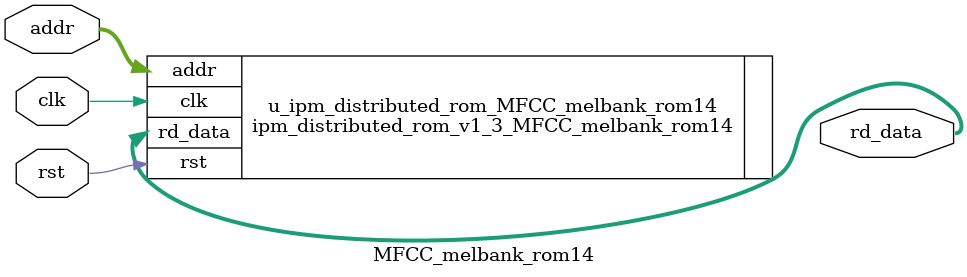
<source format=v>


`timescale 1 ns / 1 ps
module MFCC_melbank_rom14
    (
     addr        ,
     rst         ,
     clk         ,
     rd_data
    );

    localparam ADDR_WIDTH = 9 ; //@IPC int 4,10

    localparam DATA_WIDTH = 8 ; //@IPC int 1,256

    localparam RST_TYPE = "ASYNC" ; //@IPC enum ASYNC,SYNC

    localparam OUT_REG = 0 ; //@IPC bool

    localparam INIT_ENABLE = 1 ; //@IPC bool

    localparam INIT_FILE = "D:/PDS_FPGA/Audio_test/ipcore/MFCC_melbank_rom14/rtl/output13_MFCC_melbank_rom14.dat" ; //@IPC string

    localparam FILE_FORMAT = "BIN" ; //@IPC enum BIN,HEX


     output   wire  [DATA_WIDTH-1:0]       rd_data ;
     input    wire  [ADDR_WIDTH-1:0]       addr    ;
     input                                 clk     ;
     input                                 rst     ;

ipm_distributed_rom_v1_3_MFCC_melbank_rom14
   #(
     .ADDR_WIDTH    (ADDR_WIDTH     ), //address width   range:4-10
     .DATA_WIDTH    (DATA_WIDTH     ), //data width      range:4-256
     .RST_TYPE      (RST_TYPE       ), //reset type   "ASYNC_RESET" "SYNC_RESET"
     .OUT_REG       (OUT_REG        ), //output options :non_register(0)  register(1)
     .INIT_FILE     (INIT_FILE      ), //legal value:"NONE" or "initial file name"
     .FILE_FORMAT   (FILE_FORMAT    )  //initial data format : "bin" or "hex"
    )u_ipm_distributed_rom_MFCC_melbank_rom14
    (
     .rd_data       (rd_data        ),
     .addr          (addr           ),
     .clk           (clk            ),
     .rst           (rst            )

    );
endmodule

</source>
